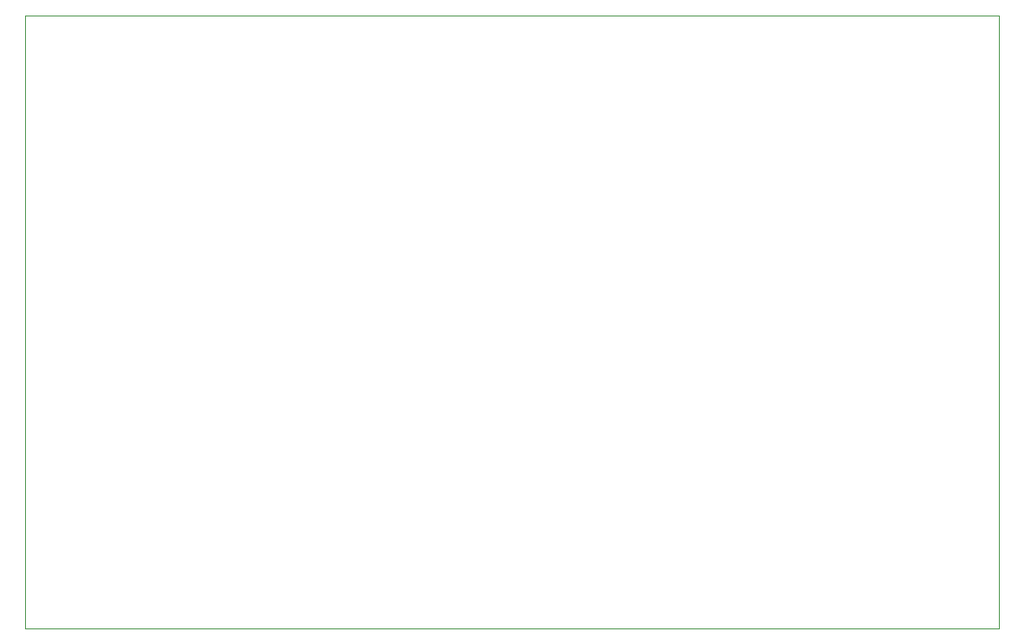
<source format=gbr>
%TF.GenerationSoftware,KiCad,Pcbnew,8.0.6*%
%TF.CreationDate,2025-03-02T19:30:28-05:00*%
%TF.ProjectId,receiver,72656365-6976-4657-922e-6b696361645f,rev?*%
%TF.SameCoordinates,Original*%
%TF.FileFunction,Profile,NP*%
%FSLAX46Y46*%
G04 Gerber Fmt 4.6, Leading zero omitted, Abs format (unit mm)*
G04 Created by KiCad (PCBNEW 8.0.6) date 2025-03-02 19:30:28*
%MOMM*%
%LPD*%
G01*
G04 APERTURE LIST*
%TA.AperFunction,Profile*%
%ADD10C,0.100000*%
%TD*%
G04 APERTURE END LIST*
D10*
X99658188Y-72852891D02*
X195036624Y-72852891D01*
X195036624Y-132852891D01*
X99658188Y-132852891D01*
X99658188Y-72852891D01*
M02*

</source>
